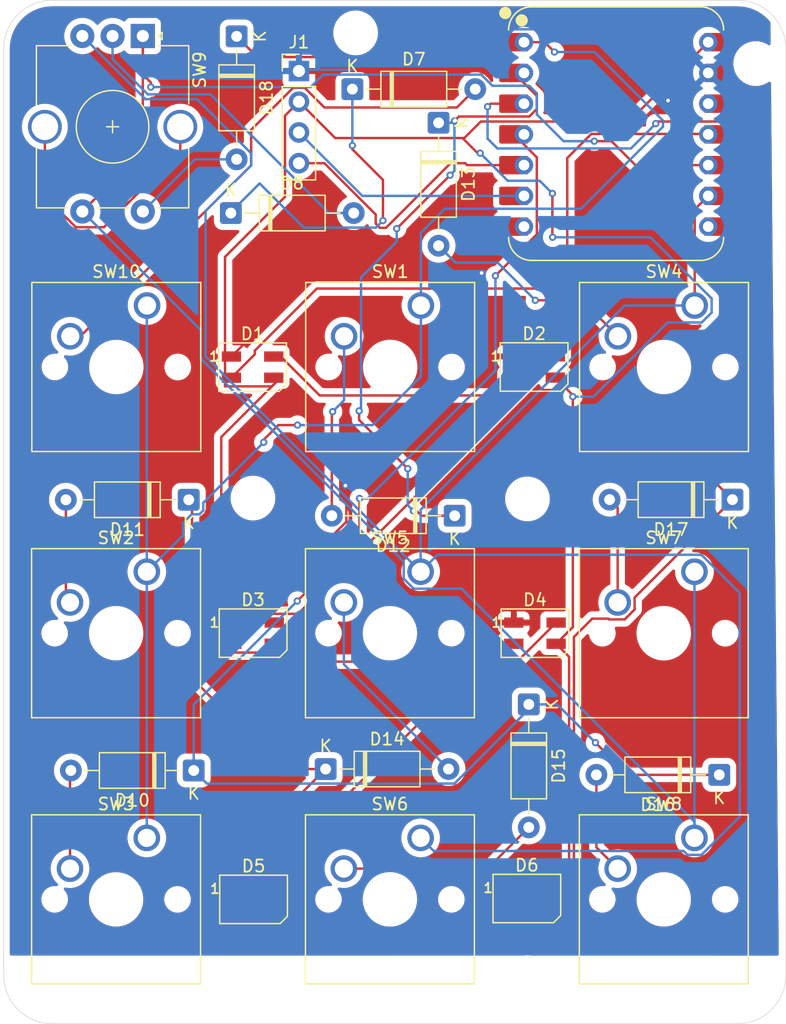
<source format=kicad_pcb>
(kicad_pcb (version 20241229) (generator "pcbnew") (generator_version "9.0")
  (layers (0 "F.Cu" signal) (2 "B.Cu" signal) (13 "F.Paste" user) (15 "B.Paste" user) (5 "F.SilkS" user "F.Silkscreen") (7 "B.SilkS" user "B.Silkscreen") (1 "F.Mask" user) (3 "B.Mask" user) (25 "Edge.Cuts" user))
  (net 0 "")
  (net 1 "+5V")
  (net 2 "GND")
  (net 3 "Net-(D1-DOUT)")
  (net 4 "Net-(D2-DOUT)")
  (net 5 "Net-(D3-DOUT)")
  (net 6 "Net-(D4-DOUT)")
  (net 7 "Net-(D5-DOUT)")
  (net 9 "row3")
  (net 10 "unconnected-(SW9-PadMP)")
  (net 11 "Net-(D7-A)")
  (net 12 "led")
  (net 13 "Net-(D10-A)")
  (net 14 "row2")
  (net 15 "row1")
  (net 16 "Net-(D11-A)")
  (net 17 "row0")
  (net 18 "Net-(D12-A)")
  (net 19 "Net-(D13-A)")
  (net 20 "Net-(D14-A)")
  (net 21 "Net-(D15-A)")
  (net 22 "Net-(D16-A)")
  (net 23 "Net-(D17-A)")
  (net 24 "Net-(D18-A)")
  (net 25 "scl")
  (net 26 "sda")
  (net 27 "col2")
  (net 28 "col0")
  (net 29 "col1")
  (net 31 "Net-(D8-A)")
  (footprint "Diode_THT:D_A-405_P10.16mm_Horizontal" (layer "F.Cu") (at 142.16 66.56)
    (property "Reference" "D7" (at 5.08 -2.47 0) (layer "F.SilkS"))
    (property "Value" "1N4148WT")
    (fp_text user "K" (at 0 -1.9 0) (layer "F.SilkS"))
    (pad "1" thru_hole roundrect (at 0 0) (size 1.8 1.8) (drill 0.9) (layers "*.Cu" "*.Mask") (roundrect_rratio 0.138889) (net 9 "row3"))
    (pad "2" thru_hole circle (at 10.16 0) (size 1.8 1.8) (drill 0.9) (layers "*.Cu" "*.Mask") (net 11 "Net-(D7-A)"))
  )
  (footprint "LED_SMD:LED_SK6812MINI_PLCC4_3.5x3.5mm_P1.75mm" (layer "F.Cu") (at 133.91 89.53)
    (property "Reference" "D1" (at 0 -2.75 0) (layer "F.SilkS"))
    (property "Value" "SK6812")
    (fp_text user "1" (at -3.2 -0.875 0) (layer "F.SilkS") (effects (font (size 0.8 0.8))))
    (pad "1" smd rect (at -1.75 -0.875) (size 1.6 0.85) (layers "F.Cu" "F.Mask" "F.Paste") (net 2 "GND"))
    (pad "2" smd rect (at -1.75 0.875) (size 1.6 0.85) (layers "F.Cu" "F.Mask" "F.Paste") (net 12 "led"))
    (pad "3" smd rect (at 1.75 0.875) (size 1.6 0.85) (layers "F.Cu" "F.Mask" "F.Paste") (net 1 "+5V"))
    (pad "4" smd rect (at 1.75 -0.875) (size 1.6 0.85) (layers "F.Cu" "F.Mask" "F.Paste") (net 3 "Net-(D1-DOUT)"))
  )
  (footprint "Diode_THT:D_A-405_P10.16mm_Horizontal" (layer "F.Cu") (at 156.75 117.4 -90)
    (property "Reference" "D15" (at 5.08 -2.47 90) (layer "F.SilkS"))
    (property "Value" "1N4148WT")
    (fp_text user "K" (at 0 -1.9 90) (layer "F.SilkS"))
    (pad "1" thru_hole roundrect (at 0 0 270) (size 1.8 1.8) (drill 0.9) (layers "*.Cu" "*.Mask") (roundrect_rratio 0.138889) (net 14 "row2"))
    (pad "2" thru_hole circle (at 10.16 0 270) (size 1.8 1.8) (drill 0.9) (layers "*.Cu" "*.Mask") (net 21 "Net-(D15-A)"))
  )
  (footprint "Button_Switch_Keyboard:SW_Cherry_MX_1.00u_PCB" (layer "F.Cu") (at 170.45 106.435)
    (property "Reference" "SW7" (at -2.54 -2.794 0) (layer "F.SilkS"))
    (property "Value" "SW_Push")
    (pad "" np_thru_hole circle (at -7.62 5.08) (size 1.7 1.7) (drill 1.7) (layers "*.Cu" "*.Mask"))
    (pad "" np_thru_hole circle (at -2.54 5.08) (size 4 4) (drill 4) (layers "*.Cu" "*.Mask"))
    (pad "" np_thru_hole circle (at 2.54 5.08) (size 1.7 1.7) (drill 1.7) (layers "*.Cu" "*.Mask"))
    (pad "1" thru_hole circle (at 0 0) (size 2.2 2.2) (drill 1.5) (layers "*.Cu" "*.Mask") (net 27 "col2"))
    (pad "2" thru_hole circle (at -6.35 2.54) (size 2.2 2.2) (drill 1.5) (layers "*.Cu" "*.Mask") (net 23 "Net-(D17-A)"))
  )
  (footprint "Diode_THT:D_A-405_P10.16mm_Horizontal" (layer "F.Cu") (at 132.11 76.8)
    (property "Reference" "D8" (at 5.08 -2.47 0) (layer "F.SilkS"))
    (property "Value" "1N4148WT")
    (fp_text user "K" (at 0 -1.9 0) (layer "F.SilkS"))
    (pad "1" thru_hole roundrect (at 0 0) (size 1.8 1.8) (drill 0.9) (layers "*.Cu" "*.Mask") (roundrect_rratio 0.138889) (net 9 "row3"))
    (pad "2" thru_hole circle (at 10.16 0) (size 1.8 1.8) (drill 0.9) (layers "*.Cu" "*.Mask") (net 31 "Net-(D8-A)"))
  )
  (footprint "LED_SMD:LED_SK6812MINI_PLCC4_3.5x3.5mm_P1.75mm" (layer "F.Cu") (at 156.59 133.44)
    (property "Reference" "D6" (at 0 -2.75 0) (layer "F.SilkS"))
    (property "Value" "SK6812")
    (fp_text user "1" (at -3.2 -0.875 0) (layer "F.SilkS") (effects (font (size 0.8 0.8))))
    (pad "1" smd rect (at -1.75 -0.875) (size 1.6 0.85) (layers "F.Cu" "F.Mask" "F.Paste") (net 2 "GND"))
    (pad "2" smd rect (at -1.75 0.875) (size 1.6 0.85) (layers "F.Cu" "F.Mask" "F.Paste") (net 7 "Net-(D5-DOUT)"))
    (pad "3" smd rect (at 1.75 0.875) (size 1.6 0.85) (layers "F.Cu" "F.Mask" "F.Paste") (net 1 "+5V"))
    (pad "4" smd rect (at 1.75 -0.875) (size 1.6 0.85) (layers "F.Cu" "F.Mask" "F.Paste"))
  )
  (footprint "Button_Switch_Keyboard:SW_Cherry_MX_1.00u_PCB" (layer "F.Cu") (at 125.1807 84.44)
    (property "Reference" "SW10" (at -2.54 -2.794 0) (layer "F.SilkS"))
    (property "Value" "SW_Push")
    (pad "" np_thru_hole circle (at -7.62 5.08) (size 1.7 1.7) (drill 1.7) (layers "*.Cu" "*.Mask"))
    (pad "" np_thru_hole circle (at -2.54 5.08) (size 4 4) (drill 4) (layers "*.Cu" "*.Mask"))
    (pad "" np_thru_hole circle (at 2.54 5.08) (size 1.7 1.7) (drill 1.7) (layers "*.Cu" "*.Mask"))
    (pad "1" thru_hole circle (at 0 0) (size 2.2 2.2) (drill 1.5) (layers "*.Cu" "*.Mask") (net 28 "col0"))
    (pad "2" thru_hole circle (at -6.35 2.54) (size 2.2 2.2) (drill 1.5) (layers "*.Cu" "*.Mask") (net 11 "Net-(D7-A)"))
  )
  (footprint "LED_SMD:LED_SK6812MINI_PLCC4_3.5x3.5mm_P1.75mm" (layer "F.Cu") (at 133.99 133.51)
    (property "Reference" "D5" (at 0 -2.75 0) (layer "F.SilkS"))
    (property "Value" "SK6812")
    (fp_text user "1" (at -3.2 -0.875 0) (layer "F.SilkS") (effects (font (size 0.8 0.8))))
    (pad "1" smd rect (at -1.75 -0.875) (size 1.6 0.85) (layers "F.Cu" "F.Mask" "F.Paste") (net 2 "GND"))
    (pad "2" smd rect (at -1.75 0.875) (size 1.6 0.85) (layers "F.Cu" "F.Mask" "F.Paste") (net 6 "Net-(D4-DOUT)"))
    (pad "3" smd rect (at 1.75 0.875) (size 1.6 0.85) (layers "F.Cu" "F.Mask" "F.Paste") (net 1 "+5V"))
    (pad "4" smd rect (at 1.75 -0.875) (size 1.6 0.85) (layers "F.Cu" "F.Mask" "F.Paste") (net 7 "Net-(D5-DOUT)"))
  )
  (footprint "Diode_THT:D_A-405_P10.16mm_Horizontal" (layer "F.Cu") (at 129.04 122.86 180)
    (property "Reference" "D10" (at 5.08 -2.47 0) (layer "F.SilkS"))
    (property "Value" "1N4148WT")
    (fp_text user "K" (at 0 -1.9 0) (layer "F.SilkS"))
    (pad "1" thru_hole roundrect (at 0 0 180) (size 1.8 1.8) (drill 0.9) (layers "*.Cu" "*.Mask") (roundrect_rratio 0.138889) (net 14 "row2"))
    (pad "2" thru_hole circle (at 10.16 0 180) (size 1.8 1.8) (drill 0.9) (layers "*.Cu" "*.Mask") (net 13 "Net-(D10-A)"))
  )
  (footprint "Button_Switch_Keyboard:SW_Cherry_MX_1.00u_PCB" (layer "F.Cu") (at 125.1607 106.435)
    (property "Reference" "SW2" (at -2.54 -2.794 0) (layer "F.SilkS"))
    (property "Value" "SW_Push")
    (pad "" np_thru_hole circle (at -7.62 5.08) (size 1.7 1.7) (drill 1.7) (layers "*.Cu" "*.Mask"))
    (pad "" np_thru_hole circle (at -2.54 5.08) (size 4 4) (drill 4) (layers "*.Cu" "*.Mask"))
    (pad "" np_thru_hole circle (at 2.54 5.08) (size 1.7 1.7) (drill 1.7) (layers "*.Cu" "*.Mask"))
    (pad "1" thru_hole circle (at 0 0) (size 2.2 2.2) (drill 1.5) (layers "*.Cu" "*.Mask") (net 28 "col0"))
    (pad "2" thru_hole circle (at -6.35 2.54) (size 2.2 2.2) (drill 1.5) (layers "*.Cu" "*.Mask") (net 16 "Net-(D11-A)"))
  )
  (footprint "LED_SMD:LED_SK6812MINI_PLCC4_3.5x3.5mm_P1.75mm" (layer "F.Cu") (at 157.26 111.515)
    (property "Reference" "D4" (at 0 -2.75 0) (layer "F.SilkS"))
    (property "Value" "SK6812")
    (fp_text user "1" (at -3.2 -0.875 0) (layer "F.SilkS") (effects (font (size 0.8 0.8))))
    (pad "1" smd rect (at -1.75 -0.875) (size 1.6 0.85) (layers "F.Cu" "F.Mask" "F.Paste") (net 2 "GND"))
    (pad "2" smd rect (at -1.75 0.875) (size 1.6 0.85) (layers "F.Cu" "F.Mask" "F.Paste") (net 5 "Net-(D3-DOUT)"))
    (pad "3" smd rect (at 1.75 0.875) (size 1.6 0.85) (layers "F.Cu" "F.Mask" "F.Paste") (net 1 "+5V"))
    (pad "4" smd rect (at 1.75 -0.875) (size 1.6 0.85) (layers "F.Cu" "F.Mask" "F.Paste") (net 6 "Net-(D4-DOUT)"))
  )
  (footprint "Diode_THT:D_A-405_P10.16mm_Horizontal" (layer "F.Cu") (at 132.59 62.2 -90)
    (property "Reference" "D18" (at 5.08 -2.47 90) (layer "F.SilkS"))
    (property "Value" "1N4148WT")
    (fp_text user "K" (at 0 -1.9 90) (layer "F.SilkS"))
    (pad "1" thru_hole roundrect (at 0 0 270) (size 1.8 1.8) (drill 0.9) (layers "*.Cu" "*.Mask") (roundrect_rratio 0.138889) (net 17 "row0"))
    (pad "2" thru_hole circle (at 10.16 0 270) (size 1.8 1.8) (drill 0.9) (layers "*.Cu" "*.Mask") (net 24 "Net-(D18-A)"))
  )
  (footprint "Diode_THT:D_A-405_P10.16mm_Horizontal" (layer "F.Cu") (at 173.59 100.48 180)
    (property "Reference" "D17" (at 5.08 -2.47 0) (layer "F.SilkS"))
    (property "Value" "1N4148WT")
    (fp_text user "K" (at 0 -1.9 0) (layer "F.SilkS"))
    (pad "1" thru_hole roundrect (at 0 0 180) (size 1.8 1.8) (drill 0.9) (layers "*.Cu" "*.Mask") (roundrect_rratio 0.138889) (net 15 "row1"))
    (pad "2" thru_hole circle (at 10.16 0 180) (size 1.8 1.8) (drill 0.9) (layers "*.Cu" "*.Mask") (net 23 "Net-(D17-A)"))
  )
  (footprint "Connector_PinHeader_2.54mm:PinHeader_1x04_P2.54mm_Vertical" (layer "F.Cu") (at 137.74 65.06)
    (property "Reference" "J1" (at 0 -2.38 0) (layer "F.SilkS"))
    (property "Value" "Conn_01x04_Socket")
    (pad "1" thru_hole rect (at 0 0) (size 1.7 1.7) (drill 1) (layers "*.Cu" "*.Mask") (net 2 "GND"))
    (pad "2" thru_hole circle (at 0 2.54) (size 1.7 1.7) (drill 1) (layers "*.Cu" "*.Mask") (net 1 "+5V"))
    (pad "3" thru_hole circle (at 0 5.08) (size 1.7 1.7) (drill 1) (layers "*.Cu" "*.Mask") (net 25 "scl"))
    (pad "4" thru_hole circle (at 0 7.62) (size 1.7 1.7) (drill 1) (layers "*.Cu" "*.Mask") (net 26 "sda"))
  )
  (footprint "Button_Switch_Keyboard:SW_Cherry_MX_1.00u_PCB" (layer "F.Cu") (at 147.82535 84.44)
    (property "Reference" "SW1" (at -2.54 -2.794 0) (layer "F.SilkS"))
    (property "Value" "SW_Push")
    (pad "" np_thru_hole circle (at -7.62 5.08) (size 1.7 1.7) (drill 1.7) (layers "*.Cu" "*.Mask"))
    (pad "" np_thru_hole circle (at -2.54 5.08) (size 4 4) (drill 4) (layers "*.Cu" "*.Mask"))
    (pad "" np_thru_hole circle (at 2.54 5.08) (size 1.7 1.7) (drill 1.7) (layers "*.Cu" "*.Mask"))
    (pad "1" thru_hole circle (at 0 0) (size 2.2 2.2) (drill 1.5) (layers "*.Cu" "*.Mask") (net 28 "col0"))
    (pad "2" thru_hole circle (at -6.35 2.54) (size 2.2 2.2) (drill 1.5) (layers "*.Cu" "*.Mask") (net 18 "Net-(D12-A)"))
  )
  (footprint "Button_Switch_Keyboard:SW_Cherry_MX_1.00u_PCB" (layer "F.Cu") (at 170.45 128.43)
    (property "Reference" "SW8" (at -2.54 -2.794 0) (layer "F.SilkS"))
    (property "Value" "SW_Push")
    (pad "" np_thru_hole circle (at -7.62 5.08) (size 1.7 1.7) (drill 1.7) (layers "*.Cu" "*.Mask"))
    (pad "" np_thru_hole circle (at -2.54 5.08) (size 4 4) (drill 4) (layers "*.Cu" "*.Mask"))
    (pad "" np_thru_hole circle (at 2.54 5.08) (size 1.7 1.7) (drill 1.7) (layers "*.Cu" "*.Mask"))
    (pad "1" thru_hole circle (at 0 0) (size 2.2 2.2) (drill 1.5) (layers "*.Cu" "*.Mask") (net 27 "col2"))
    (pad "2" thru_hole circle (at -6.35 2.54) (size 2.2 2.2) (drill 1.5) (layers "*.Cu" "*.Mask") (net 22 "Net-(D16-A)"))
  )
  (footprint "" (layer "F.Cu") (at 142.43 61.91)
    (property "Reference" "" (at 0 0 0) (layer "F.SilkS") (effects (font (size 1.27 1.27))))
    (property "Value" "")
    (pad "" np_thru_hole circle (at 0 0) (size 3.2 3.2) (drill 3.2) (layers "*.Cu" "*.Mask"))
  )
  (footprint "LED_SMD:LED_SK6812MINI_PLCC4_3.5x3.5mm_P1.75mm" (layer "F.Cu") (at 157.19 89.52)
    (property "Reference" "D2" (at 0 -2.75 0) (layer "F.SilkS"))
    (property "Value" "SK6812")
    (fp_text user "1" (at -3.2 -0.875 0) (layer "F.SilkS") (effects (font (size 0.8 0.8))))
    (pad "1" smd rect (at -1.75 -0.875) (size 1.6 0.85) (layers "F.Cu" "F.Mask" "F.Paste") (net 2 "GND"))
    (pad "2" smd rect (at -1.75 0.875) (size 1.6 0.85) (layers "F.Cu" "F.Mask" "F.Paste") (net 3 "Net-(D1-DOUT)"))
    (pad "3" smd rect (at 1.75 0.875) (size 1.6 0.85) (layers "F.Cu" "F.Mask" "F.Paste") (net 1 "+5V"))
    (pad "4" smd rect (at 1.75 -0.875) (size 1.6 0.85) (layers "F.Cu" "F.Mask" "F.Paste") (net 4 "Net-(D2-DOUT)"))
  )
  (footprint "Button_Switch_Keyboard:SW_Cherry_MX_1.00u_PCB" (layer "F.Cu") (at 170.47 84.44)
    (property "Reference" "SW4" (at -2.54 -2.794 0) (layer "F.SilkS"))
    (property "Value" "SW_Push")
    (pad "" np_thru_hole circle (at -7.62 5.08) (size 1.7 1.7) (drill 1.7) (layers "*.Cu" "*.Mask"))
    (pad "" np_thru_hole circle (at -2.54 5.08) (size 4 4) (drill 4) (layers "*.Cu" "*.Mask"))
    (pad "" np_thru_hole circle (at 2.54 5.08) (size 1.7 1.7) (drill 1.7) (layers "*.Cu" "*.Mask"))
    (pad "1" thru_hole circle (at 0 0) (size 2.2 2.2) (drill 1.5) (layers "*.Cu" "*.Mask") (net 29 "col1"))
    (pad "2" thru_hole circle (at -6.35 2.54) (size 2.2 2.2) (drill 1.5) (layers "*.Cu" "*.Mask") (net 19 "Net-(D13-A)"))
  )
  (footprint "Button_Switch_Keyboard:SW_Cherry_MX_1.00u_PCB" (layer "F.Cu") (at 125.1607 128.43)
    (property "Reference" "SW3" (at -2.54 -2.794 0) (layer "F.SilkS"))
    (property "Value" "SW_Push")
    (pad "" np_thru_hole circle (at -7.62 5.08) (size 1.7 1.7) (drill 1.7) (layers "*.Cu" "*.Mask"))
    (pad "" np_thru_hole circle (at -2.54 5.08) (size 4 4) (drill 4) (layers "*.Cu" "*.Mask"))
    (pad "" np_thru_hole circle (at 2.54 5.08) (size 1.7 1.7) (drill 1.7) (layers "*.Cu" "*.Mask"))
    (pad "1" thru_hole circle (at 0 0) (size 2.2 2.2) (drill 1.5) (layers "*.Cu" "*.Mask") (net 28 "col0"))
    (pad "2" thru_hole circle (at -6.35 2.54) (size 2.2 2.2) (drill 1.5) (layers "*.Cu" "*.Mask") (net 13 "Net-(D10-A)"))
  )
  (footprint "Rotary_Encoder:RotaryEncoder_Alps_EC12E-Switch_Vertical_H20mm_CircularMountingHoles" (layer "F.Cu") (at 124.83 62.17 -90)
    (property "Reference" "SW9" (at 2.8 -4.7 90) (layer "F.SilkS"))
    (property "Value" "RotaryEncoder_Switch_MP")
    (pad "A" thru_hole rect (at 0 0 270) (size 2 2) (drill 1) (layers "*.Cu" "*.Mask") (net 27 "col2"))
    (pad "B" thru_hole circle (at 0 5 270) (size 2 2) (drill 1) (layers "*.Cu" "*.Mask") (net 29 "col1"))
    (pad "C" thru_hole circle (at 0 2.5 270) (size 2 2) (drill 1) (layers "*.Cu" "*.Mask") (net 31 "Net-(D8-A)"))
    (pad "MP" thru_hole circle (at 7.5 -3.1 270) (size 2.8 2.8) (drill 2.2) (layers "*.Cu" "*.Mask") (net 10 "unconnected-(SW9-PadMP)"))
    (pad "MP" thru_hole circle (at 7.5 8.1 270) (size 2.8 2.8) (drill 2.2) (layers "*.Cu" "*.Mask") (net 10 "unconnected-(SW9-PadMP)"))
    (pad "S1" thru_hole circle (at 14.5 0 270) (size 2 2) (drill 1) (layers "*.Cu" "*.Mask") (net 24 "Net-(D18-A)"))
    (pad "S2" thru_hole circle (at 14.5 5 270) (size 2 2) (drill 1) (layers "*.Cu" "*.Mask") (net 27 "col2"))
  )
  (footprint "" (layer "F.Cu") (at 156.64 139.98)
    (property "Reference" "" (at 0 0 0) (layer "F.SilkS") (effects (font (size 1.27 1.27))))
    (property "Value" "")
    (pad "" np_thru_hole circle (at 0 0) (size 3.2 3.2) (drill 3.2) (layers "*.Cu" "*.Mask"))
  )
  (footprint "Button_Switch_Keyboard:SW_Cherry_MX_1.00u_PCB" (layer "F.Cu") (at 147.80535 128.43)
    (property "Reference" "SW6" (at -2.54 -2.794 0) (layer "F.SilkS"))
    (property "Value" "SW_Push")
    (pad "" np_thru_hole circle (at -7.62 5.08) (size 1.7 1.7) (drill 1.7) (layers "*.Cu" "*.Mask"))
    (pad "" np_thru_hole circle (at -2.54 5.08) (size 4 4) (drill 4) (layers "*.Cu" "*.Mask"))
    (pad "" np_thru_hole circle (at 2.54 5.08) (size 1.7 1.7) (drill 1.7) (layers "*.Cu" "*.Mask"))
    (pad "1" thru_hole circle (at 0 0) (size 2.2 2.2) (drill 1.5) (layers "*.Cu" "*.Mask") (net 29 "col1"))
    (pad "2" thru_hole circle (at -6.35 2.54) (size 2.2 2.2) (drill 1.5) (layers "*.Cu" "*.Mask") (net 21 "Net-(D15-A)"))
  )
  (footprint "LED_SMD:LED_SK6812MINI_PLCC4_3.5x3.5mm_P1.75mm" (layer "F.Cu") (at 133.95 111.51)
    (property "Reference" "D3" (at 0 -2.75 0) (layer "F.SilkS"))
    (property "Value" "SK6812")
    (fp_text user "1" (at -3.2 -0.875 0) (layer "F.SilkS") (effects (font (size 0.8 0.8))))
    (pad "1" smd rect (at -1.75 -0.875) (size 1.6 0.85) (layers "F.Cu" "F.Mask" "F.Paste") (net 2 "GND"))
    (pad "2" smd rect (at -1.75 0.875) (size 1.6 0.85) (layers "F.Cu" "F.Mask" "F.Paste") (net 4 "Net-(D2-DOUT)"))
    (pad "3" smd rect (at 1.75 0.875) (size 1.6 0.85) (layers "F.Cu" "F.Mask" "F.Paste") (net 1 "+5V"))
    (pad "4" smd rect (at 1.75 -0.875) (size 1.6 0.85) (layers "F.Cu" "F.Mask" "F.Paste") (net 5 "Net-(D3-DOUT)"))
  )
  (footprint "Seeed Studio XIAO Series Library:XIAO-RP2040-DIP" (layer "F.Cu") (at 163.97 70.3)
    (property "Reference" "U1" (hide yes))
    (property "Value" "XIAO-RP2040-DIP" (hide yes))
    (pad "1" smd roundrect (at -8.455 -7.62 180) (size 2.432 1.524) (layers "F.Cu" "F.Mask") (roundrect_rratio 0.1) (net 28 "col0"))
    (pad "1" thru_hole circle (at -7.62 -7.62 180) (size 1.524 1.524) (drill 0.889) (layers "*.Cu" "*.Mask") (net 28 "col0"))
    (pad "2" smd roundrect (at -8.455 -5.08 180) (size 2.432 1.524) (layers "F.Cu" "F.Mask") (roundrect_rratio 0.1) (net 17 "row0"))
    (pad "2" thru_hole circle (at -7.62 -5.08 180) (size 1.524 1.524) (drill 0.889) (layers "*.Cu" "*.Mask") (net 17 "row0"))
    (pad "3" smd roundrect (at -8.455 -2.54 180) (size 2.432 1.524) (layers "F.Cu" "F.Mask") (roundrect_rratio 0.1) (net 15 "row1"))
    (pad "3" thru_hole circle (at -7.62 -2.54 180) (size 1.524 1.524) (drill 0.889) (layers "*.Cu" "*.Mask") (net 15 "row1"))
    (pad "4" smd roundrect (at -8.455 0 180) (size 2.432 1.524) (layers "F.Cu" "F.Mask") (roundrect_rratio 0.1) (net 14 "row2"))
    (pad "4" thru_hole circle (at -7.62 0 180) (size 1.524 1.524) (drill 0.889) (layers "*.Cu" "*.Mask") (net 14 "row2"))
    (pad "5" smd roundrect (at -8.455 2.54 180) (size 2.432 1.524) (layers "F.Cu" "F.Mask") (roundrect_rratio 0.1) (net 26 "sda"))
    (pad "5" thru_hole circle (at -7.62 2.54 180) (size 1.524 1.524) (drill 0.889) (layers "*.Cu" "*.Mask") (net 26 "sda"))
    (pad "6" smd roundrect (at -8.455 5.08 180) (size 2.432 1.524) (layers "F.Cu" "F.Mask") (roundrect_rratio 0.1) (net 25 "scl"))
    (pad "6" thru_hole circle (at -7.62 5.08 180) (size 1.524 1.524) (drill 0.889) (layers "*.Cu" "*.Mask") (net 25 "scl"))
    (pad "7" smd roundrect (at -8.455 7.62 180) (size 2.432 1.524) (layers "F.Cu" "F.Mask") (roundrect_rratio 0.1))
    (pad "7" thru_hole circle (at -7.62 7.62 180) (size 1.524 1.524) (drill 0.889) (layers "*.Cu" "*.Mask"))
    (pad "8" thru_hole circle (at 7.62 7.62) (size 1.524 1.524) (drill 0.889) (layers "*.Cu" "*.Mask"))
    (pad "8" smd roundrect (at 8.455 7.62) (size 2.432 1.524) (layers "F.Cu" "F.Mask") (roundrect_rratio 0.1))
    (pad "9" thru_hole circle (at 7.62 5.08) (size 1.524 1.524) (drill 0.889) (layers "*.Cu" "*.Mask") (net 29 "col1"))
    (pad "9" smd roundrect (at 8.455 5.08) (size 2.432 1.524) (layers "F.Cu" "F.Mask") (roundrect_rratio 0.1) (net 29 "col1"))
    (pad "10" thru_hole circle (at 7.62 2.54) (size 1.524 1.524) (drill 0.889) (layers "*.Cu" "*.Mask") (net 27 "col2"))
    (pad "10" smd roundrect (at 8.455 2.54) (size 2.432 1.524) (layers "F.Cu" "F.Mask") (roundrect_rratio 0.1) (net 27 "col2"))
    (pad "11" thru_hole circle (at 7.62 0) (size 1.524 1.524) (drill 0.889) (layers "*.Cu" "*.Mask") (net 12 "led"))
    (pad "11" smd roundrect (at 8.455 0) (size 2.432 1.524) (layers "F.Cu" "F.Mask") (roundrect_rratio 0.1) (net 12 "led"))
    (pad "12" thru_hole circle (at 7.62 -2.54) (size 1.524 1.524) (drill 0.889) (layers "*.Cu" "*.Mask"))
    (pad "12" smd roundrect (at 8.455 -2.54) (size 2.432 1.524) (layers "F.Cu" "F.Mask") (roundrect_rratio 0.1))
    (pad "13" thru_hole circle (at 7.62 -5.08) (size 1.524 1.524) (drill 0.889) (layers "*.Cu" "*.Mask") (net 2 "GND"))
    (pad "13" smd roundrect (at 8.455 -5.08) (size 2.432 1.524) (layers "F.Cu" "F.Mask") (roundrect_rratio 0.1) (net 2 "GND"))
    (pad "14" thru_hole circle (at 7.62 -7.62) (size 1.524 1.524) (drill 0.889) (layers "*.Cu" "*.Mask") (net 1 "+5V"))
    (pad "14" smd roundrect (at 8.455 -7.62) (size 2.432 1.524) (layers "F.Cu" "F.Mask") (roundrect_rratio 0.1) (net 1 "+5V"))
  )
  (footprint "Diode_THT:D_A-405_P10.16mm_Horizontal" (layer "F.Cu") (at 128.63 100.49 180)
    (property "Reference" "D11" (at 5.08 -2.47 0) (layer "F.SilkS"))
    (property "Value" "1N4148WT")
    (fp_text user "K" (at 0 -1.9 0) (layer "F.SilkS"))
    (pad "1" thru_hole roundrect (at 0 0 180) (size 1.8 1.8) (drill 0.9) (layers "*.Cu" "*.Mask") (roundrect_rratio 0.138889) (net 15 "row1"))
    (pad "2" thru_hole circle (at 10.16 0 180) (size 1.8 1.8) (drill 0.9) (layers "*.Cu" "*.Mask") (net 16 "Net-(D11-A)"))
  )
  (footprint "Diode_THT:D_A-405_P10.16mm_Horizontal" (layer "F.Cu") (at 172.5 123.22 180)
    (property "Reference" "D16" (at 5.08 -2.47 0) (layer "F.SilkS"))
    (property "Value" "1N4148WT")
    (fp_text user "K" (at 0 -1.9 0) (layer "F.SilkS"))
    (pad "1" thru_hole roundrect (at 0 0 180) (size 1.8 1.8) (drill 0.9) (layers "*.Cu" "*.Mask") (roundrect_rratio 0.138889) (net 14 "row2"))
    (pad "2" thru_hole circle (at 10.16 0 180) (size 1.8 1.8) (drill 0.9) (layers "*.Cu" "*.Mask") (net 22 "Net-(D16-A)"))
  )
  (footprint "" (layer "F.Cu") (at 175.52 64.45)
    (property "Reference" "" (at 0 0 0) (layer "F.SilkS") (effects (font (size 1.27 1.27))))
    (property "Value" "")
    (pad "" np_thru_hole circle (at 0 0) (size 3.2 3.2) (drill 3.2) (layers "*.Cu" "*.Mask"))
  )
  (footprint "Diode_THT:D_A-405_P10.16mm_Horizontal" (layer "F.Cu") (at 150.62 101.81 180)
    (property "Reference" "D12" (at 5.08 -2.47 0) (layer "F.SilkS"))
    (property "Value" "1N4148WT")
    (fp_text user "K" (at 0 -1.9 0) (layer "F.SilkS"))
    (pad "1" thru_hole roundrect (at 0 0 180) (size 1.8 1.8) (drill 0.9) (layers "*.Cu" "*.Mask") (roundrect_rratio 0.138889) (net 17 "row0"))
    (pad "2" thru_hole circle (at 10.16 0 180) (size 1.8 1.8) (drill 0.9) (layers "*.Cu" "*.Mask") (net 18 "Net-(D12-A)"))
  )
  (footprint "" (layer "F.Cu") (at 133.94 140.25)
    (property "Reference" "" (at 0 0 0) (layer "F.SilkS") (effects (font (size 1.27 1.27))))
    (property "Value" "")
    (pad "" np_thru_hole circle (at 0 0) (size 3.2 3.2) (drill 3.2) (layers "*.Cu" "*.Mask"))
  )
  (footprint "Diode_THT:D_A-405_P10.16mm_Horizontal" (layer "F.Cu") (at 139.95 122.74)
    (property "Reference" "D14" (at 5.08 -2.47 0) (layer "F.SilkS"))
    (property "Value" "1N4148WT")
    (fp_text user "K" (at 0 -1.9 0) (layer "F.SilkS"))
    (pad "1" thru_hole roundrect (at 0 0) (size 1.8 1.8) (drill 0.9) (layers "*.Cu" "*.Mask") (roundrect_rratio 0.138889) (net 15 "row1"))
    (pad "2" thru_hole circle (at 10.16 0) (size 1.8 1.8) (drill 0.9) (layers "*.Cu" "*.Mask") (net 20 "Net-(D14-A)"))
  )
  (footprint "Diode_THT:D_A-405_P10.16mm_Horizontal" (layer "F.Cu") (at 149.29 69.34 -90)
    (property "Reference" "D13" (at 5.08 -2.47 90) (layer "F.SilkS"))
    (property "Value" "1N4148WT")
    (fp_text user "K" (at 0 -1.9 90) (layer "F.SilkS"))
    (pad "1" thru_hole roundrect (at 0 0 270) (size 1.8 1.8) (drill 0.9) (layers "*.Cu" "*.Mask") (roundrect_rratio 0.138889) (net 17 "row0"))
    (pad "2" thru_hole circle (at 10.16 0 270) (size 1.8 1.8) (drill 0.9) (layers "*.Cu" "*.Mask") (net 19 "Net-(D13-A)"))
  )
  (footprint "" (layer "F.Cu") (at 156.64 100.42)
    (property "Reference" "" (at 0 0 0) (layer "F.SilkS") (effects (font (size 1.27 1.27))))
    (property "Value" "")
    (pad "" np_thru_hole circle (at 0 0) (size 3.2 3.2) (drill 3.2) (layers "*.Cu" "*.Mask"))
  )
  (footprint "Button_Switch_Keyboard:SW_Cherry_MX_1.00u_PCB" (layer "F.Cu") (at 147.80535 106.435)
    (property "Reference" "SW5" (at -2.54 -2.794 0) (layer "F.SilkS"))
    (property "Value" "SW_Push")
    (pad "" np_thru_hole circle (at -7.62 5.08) (size 1.7 1.7) (drill 1.7) (layers "*.Cu" "*.Mask"))
    (pad "" np_thru_hole circle (at -2.54 5.08) (size 4 4) (drill 4) (layers "*.Cu" "*.Mask"))
    (pad "" np_thru_hole circle (at 2.54 5.08) (size 1.7 1.7) (drill 1.7) (layers "*.Cu" "*.Mask"))
    (pad "1" thru_hole circle (at 0 0) (size 2.2 2.2) (drill 1.5) (layers "*.Cu" "*.Mask") (net 29 "col1"))
    (pad "2" thru_hole circle (at -6.35 2.54) (size 2.2 2.2) (drill 1.5) (layers "*.Cu" "*.Mask") (net 20 "Net-(D14-A)"))
  )
  (footprint "" (layer "F.Cu") (at 133.94 100.35)
    (property "Reference" "" (at 0 0 0) (layer "F.SilkS") (effects (font (size 1.27 1.27))))
    (property "Value" "")
    (pad "" np_thru_hole circle (at 0 0) (size 3.2 3.2) (drill 3.2) (layers "*.Cu" "*.Mask"))
  )
  (gr_arc (start 174.01 59.22) (mid 176.838427 60.391573) (end 178.01 63.22) (stroke (width 0.05)) (layer "Edge.Cuts"))
  (gr_line (start 117.33 59.22) (end 174.01 59.22) (stroke (width 0.05)) (layer "Edge.Cuts"))
  (gr_arc (start 178.01 139.78) (mid 176.838427 142.608427) (end 174.01 143.78) (stroke (width 0.05)) (layer "Edge.Cuts"))
  (gr_line (start 113.33 139.78) (end 113.33 63.22) (stroke (width 0.05)) (layer "Edge.Cuts"))
  (gr_arc (start 113.33 63.22) (mid 114.501573 60.391573) (end 117.33 59.22) (stroke (width 0.05)) (layer "Edge.Cuts"))
  (gr_line (start 178.01 63.22) (end 178.01 139.78) (stroke (width 0.05)) (layer "Edge.Cuts"))
  (gr_line (start 174.01 143.78) (end 117.33 143.78) (stroke (width 0.05)) (layer "Edge.Cuts"))
  (gr_arc (start 117.33 143.78) (mid 114.501573 142.608427) (end 113.33 139.78) (stroke (width 0.05)) (layer "Edge.Cuts"))
  (segment (start 137.617 136.262) (end 156.913 136.262) (width 0.2) (layer "F.Cu") (net 1))
  (segment (start 135.504 91.121) (end 131.629 91.121) (width 0.2) (layer "F.Cu") (net 1))
  (segment (start 131.319 95.306) (end 131.319 113.116) (width 0.2) (layer "F.Cu") (net 1))
  (segment (start 158.7 75.18) (end 158.7 78.78) (width 0.2) (layer "F.Cu") (net 1))
  (segment (start 152.5195 71.85) (end 152.73 71.85) (width 0.2) (layer "F.Cu") (net 1))
  (segment (start 136.23 90.395) (end 135.504 91.121) (width 0.2) (layer "F.Cu") (net 1))
  (segment (start 171.59 62.68) (end 165.033 69.237) (width 0.2) (layer "F.Cu") (net 1))
  (segment (start 131.629 91.121) (end 131.629 80.41876) (width 0.2) (layer "F.Cu") (net 1))
  (segment (start 140.74 70.6005) (end 137.74 67.6) (width 0.2) (layer "F.Cu") (net 1))
  (segment (start 165.033 69.237) (end 152.7835 69.237) (width 0.2) (layer "F.Cu") (net 1))
  (segment (start 160.081 113.461) (end 159.01 112.39) (width 0.2) (layer "F.Cu") (net 1))
  (segment (start 159.01 112.39) (end 160.391 111.009) (width 0.2) (layer "F.Cu") (net 1))
  (segment (start 160.081 133.094) (end 160.081 113.461) (width 0.2) (layer "F.Cu") (net 1))
  (segment (start 160.391 111.009) (end 160.391 91.97) (width 0.2) (layer "F.Cu") (net 1))
  (segment (start 131.629 80.41876) (end 136.589 75.45876) (width 0.2) (layer "F.Cu") (net 1))
  (segment (start 136.589 68.751) (end 137.74 67.6) (width 0.2) (layer "F.Cu") (net 1))
  (segment (start 152.7835 69.237) (end 151.42 70.6005) (width 0.2) (layer "F.Cu") (net 1))
  (segment (start 136.589 75.45876) (end 136.589 68.751) (width 0.2) (layer "F.Cu") (net 1))
  (segment (start 160.391 91.846) (end 158.94 90.395) (width 0.2) (layer "F.Cu") (net 1))
  (segment (start 156.913 136.262) (end 158.79 134.385) (width 0.2) (layer "F.Cu") (net 1))
  (segment (start 158.7 78.78) (end 158.72 78.8) (width 0.2) (layer "F.Cu") (net 1))
  (segment (start 158.79 134.385) (end 160.081 133.094) (width 0.2) (layer "F.Cu") (net 1))
  (segment (start 160.391 91.97) (end 160.391 91.846) (width 0.2) (layer "F.Cu") (net 1))
  (segment (start 151.27 70.6005) (end 140.74 70.6005) (width 0.2) (layer "F.Cu") (net 1))
  (segment (start 136.23 90.395) (end 131.319 95.306) (width 0.2) (layer "F.Cu") (net 1))
  (segment (start 135.74 134.385) (end 137.617 136.262) (width 0.2) (layer "F.Cu") (net 1))
  (segment (start 151.42 70.6005) (end 151.27 70.6005) (width 0.2) (layer "F.Cu") (net 1))
  (segment (start 131.319 113.116) (end 135.194 113.116) (width 0.2) (layer "F.Cu") (net 1))
  (segment (start 151.27 70.6005) (end 152.5195 71.85) (width 0.2) (layer "F.Cu") (net 1))
  (segment (start 135.194 113.116) (end 135.92 112.39) (width 0.2) (layer "F.Cu") (net 1))
  (via (at 158.72 78.8) (size 0.6) (drill 0.3) (layers "F.Cu" "B.Cu") (net 1))
  (via (at 152.73 71.85) (size 0.6) (drill 0.3) (layers "F.Cu" "B.Cu") (net 1))
  (via (at 158.7 75.18) (size 0.6) (drill 0.3) (layers "F.Cu" "B.Cu") (net 1))
  (via (at 160.391 91.97) (size 0.6) (drill 0.3) (layers "F.Cu" "B.Cu") (net 1))
  (segment (start 158.72 78.8) (end 166.811314 78.8) (width 0.2) (layer "B.Cu") (net 1))
  (segment (start 152.73 71.85) (end 155.01 74.13) (width 0.2) (layer "B.Cu") (net 1))
  (segment (start 171.050314 85.841) (end 168.22747 85.841) (width 0.2) (layer "B.Cu") (net 1))
  (segment (start 166.811314 78.8) (end 171.871 83.859686) (width 0.2) (layer "B.Cu") (net 1))
  (segment (start 155.01 74.13) (end 157.65 74.13) (width 0.2) (layer "B.Cu") (net 1))
  (segment (start 162.09847 91.97) (end 160.391 91.97) (width 0.2) (layer "B.Cu") (net 1))
  (segment (start 168.22747 85.841) (end 162.09847 91.97) (width 0.2) (layer "B.Cu") (net 1))
  (segment (start 171.871 85.020314) (end 171.050314 85.841) (width 0.2) (layer "B.Cu") (net 1))
  (segment (start 171.871 83.859686) (end 171.871 85.020314) (width 0.2) (layer "B.Cu") (net 1))
  (segment (start 157.65 74.13) (end 158.7 75.18) (width 0.2) (layer "B.Cu") (net 1))
  (segment (start 141.661 99.391) (end 141.661 102.307471) (width 0.2) (layer "F.Cu") (net 2))
  (segment (start 141.59 99.32) (end 141.661 99.391) (width 0.2) (layer "F.Cu") (net 2))
  (segment (start 139.065 81.75) (end 152.85 81.75) (width 0.2) (layer "F.Cu") (net 2))
  (segment (start 171.59 65.22) (end 169.31 67.5) (width 0.2) (layer "F.Cu") (net 2))
  (segment (start 141.661 102.307471) (end 133.333471 110.635) (width 0.2) (layer "F.Cu") (net 2))
  (segment (start 133.333471 110.635) (end 132.2 110.635) (width 0.2) (layer "F.Cu") (net 2))
  (segment (start 169.31 67.5) (end 168.27 67.5) (width 0.2) (layer "F.Cu") (net 2))
  (segment (start 132.16 88.655) (end 139.065 81.75) (width 0.2) (layer "F.Cu") (net 2))
  (via (at 141.59 99.32) (size 0.6) (drill 0.3) (layers "F.Cu" "B.Cu") (net 2))
  (via (at 168.27 67.5) (size 0.6) (drill 0.3) (layers "F.Cu" "B.Cu") (net 2))
  (via (at 152.85 81.75) (size 0.6) (drill 0.3) (layers "F.Cu" "B.Cu") (net 2))
  (segment (start 168.27 67.5) (end 162.387 61.617) (width 0.2) (layer "B.Cu") (net 2))
  (segment (start 152.85 88.73382) (end 142.26382 99.32) (width 0.2) (layer "B.Cu") (net 2))
  (segment (start 142.26382 99.32) (end 141.59 99.32) (width 0.2) (layer "B.Cu") (net 2))
  (segment (start 145.482131 61.617) (end 142.141131 64.958) (width 0.2) (layer "B.Cu") (net 2))
  (segment (start 137.842 64.958) (end 137.74 65.06) (width 0.2) (layer "B.Cu") (net 2))
  (segment (start 152.85 81.75) (end 152.85 88.73382) (width 0.2) (layer "B.Cu") (net 2))
  (segment (start 162.387 61.617) (end 145.482131 61.617) (width 0.2) (layer "B.Cu") (net 2))
  (segment (start 142.141131 64.958) (end 137.842 64.958) (width 0.2) (layer "B.Cu") (net 2))
  (segment (start 139.456 91.871) (end 136.23 88.645) (width 0.2) (layer "F.Cu") (net 3))
  (segment (start 155.44 90.395) (end 153.964 91.871) (width 0.2) (layer "F.Cu") (net 3))
  (segment (start 153.964 91.871) (end 139.456 91.871) (width 0.2) (layer "F.Cu") (net 3))
  (segment (start 134.896 109.914) (end 132.42 112.39) (width 0.2) (layer "F.Cu") (net 4))
  (segment (start 137.671 109.914) (end 134.896 109.914) (width 0.2) (layer "F.Cu") (net 4))
  (segment (start 158.94 88.645) (end 137.671 109.914) (width 0.2) (layer "F.Cu") (net 4))
  (segment (start 139.146 113.866) (end 154.034 113.866) (width 0.2) (layer "F.Cu") (net 5))
  (segment (start 135.92 110.64) (end 139.146 113.866) (width 0.2) (layer "F.Cu") (net 5))
  (segment (start 154.034 113.866) (end 155.51 112.39) (width 0.2) (layer "F.Cu") (net 5))
  (segment (start 147.895 118.73) (end 132.24 134.385) (width 0.2) (layer "F.Cu") (net 6))
  (segment (start 159.01 110.64) (end 150.92 118.73) (width 0.2) (layer "F.Cu") (net 6))
  (segment (start 150.92 118.73) (end 147.895 118.73) (width 0.2) (layer "F.Cu") (net 6))
  (segment (start 138.966 135.861) (end 153.814 135.861) (width 0.2) (layer "F.Cu") (net 7))
  (segment (start 135.74 132.635) (end 138.966 135.861) (width 0.2) (layer "F.Cu") (net 7))
  (segment (start 153.814 135.861) (end 155.29 134.385) (width 0.2) (layer "F.Cu") (net 7))
  (segment (start 144.69 74.06) (end 144.69 77.42) (width 0.2) (layer "F.Cu") (net 9))
  (segment (start 142.16 71.22) (end 142.16 71.53) (width 0.2) (layer "F.Cu") (net 9))
  (segment (start 142.16 71.53) (end 144.69 74.06) (width 0.2) (layer "F.Cu") (net 9))
  (via (at 142.16 71.22) (size 0.6) (drill 0.3) (layers "F.Cu" "B.Cu") (net 9))
  (via (at 144.69 77.42) (size 0.6) (drill 0.3) (layers "F.Cu" "B.Cu") (net 9))
  (segment (start 134.49 74.35) (end 138.141 78.001) (width 0.2) (layer "B.Cu") (net 9))
  (segment (start 138.141 78.001) (end 144.109 78.001) (width 0.2) (layer "B.Cu") (net 9))
  (segment (start 142.16 71.22) (end 142.16 66.56) (width 0.2) (layer "B.Cu") (net 9))
  (segment (start 132.11 76.8) (end 132.11 76.73) (width 0.2) (layer "B.Cu") (net 9))
  (segment (start 144.109 78.001) (end 144.69 77.42) (width 0.2) (layer "B.Cu") (net 9))
  (segment (start 132.11 76.73) (end 134.49 74.35) (width 0.2) (layer "B.Cu") (net 9))
  (segment (start 116.73 75.409892) (end 116.73 69.67) (width 0.2) (layer "F.Cu") (net 10))
  (segment (start 127.93 69.67) (end 127.93 71.649898) (width 0.2) (layer "F.Cu") (net 10))
  (segment (start 121.608898 77.971) (end 119.291108 77.971) (width 0.2) (layer "F.Cu") (net 10))
  (segment (start 119.291108 77.971) (end 116.73 75.409892) (width 0.2) (layer "F.Cu") (net 10))
  (segment (start 127.93 71.649898) (end 121.608898 77.971) (width 0.2) (layer "F.Cu") (net 10))
  (segment (start 138.21676 66.449) (end 137.26324 66.449) (width 0.2) (layer "F.Cu") (net 11))
  (segment (start 150.80324 68.07676) (end 139.84452 68.07676) (width 0.2) (layer "F.Cu") (net 11))
  (segment (start 139.84452 68.07676) (end 138.21676 66.449) (width 0.2) (layer "F.Cu") (net 11))
  (segment (start 133.791 69.92124) (end 133.791 72.857471) (width 0.2) (layer "F.Cu") (net 11))
  (segment (start 152.32 66.56) (end 150.80324 68.07676) (width 0.2) (layer "F.Cu") (net 11))
  (segment (start 119.668471 86.98) (end 118.8307 86.98) (width 0.2) (layer "F.Cu") (net 11))
  (segment (start 133.791 72.857471) (end 119.668471 86.98) (width 0.2) (layer "F.Cu") (net 11))
  (segment (start 137.26324 66.449) (end 133.791 69.92124) (width 0.2) (layer "F.Cu") (net 11))
  (segment (start 159.931 72.250057) (end 161.921057 70.26) (width 0.2) (layer "F.Cu") (net 12))
  (segment (start 159.931 81.119) (end 159.931 72.250057) (width 0.2) (layer "F.Cu") (net 12))
  (segment (start 171.55 70.26) (end 171.59 70.3) (width 0.2) (layer "F.Cu") (net 12))
  (segment (start 134.09 88.17) (end 139.221 83.039) (width 0.2) (layer "F.Cu") (net 12))
  (segment (start 161.921057 70.26) (end 171.55 70.26) (width 0.2) (layer "F.Cu") (net 12))
  (segment (start 139.221 83.039) (end 158.011 83.039) (width 0.2) (layer "F.Cu") (net 12))
  (segment (start 132.16 90.405) (end 134.09 88.475) (width 0.2) (layer "F.Cu") (net 12))
  (segment (start 158.011 83.039) (end 159.931 81.119) (width 0.2) (layer "F.Cu") (net 12))
  (segment (start 171.59 70.3) (end 172.66763 70.3) (width 0.2) (layer "F.Cu") (net 12))
  (segment (start 134.09 88.475) (end 134.09 88.17) (width 0.2) (layer "F.Cu") (net 12))
  (segment (start 118.8107 130.97) (end 118.8107 122.9293) (width 0.2) (layer "F.Cu") (net 13))
  (segment (start 118.8107 122.9293) (end 118.88 122.86) (width 0.2) (layer "F.Cu") (net 13))
  (segment (start 142.75 100.38) (end 142.75 103.71) (width 0.2) (layer "F.Cu") (net 14))
  (segment (start 142.75 103.71) (end 137.6 108.86) (width 0.2) (layer "F.Cu") (net 14))
  (segment (start 157.413 78.557) (end 153.99 81.98) (width 0.2) (layer "F.Cu") (net 14))
  (segment (start 162.26 120.56) (end 164.92 123.22) (width 0.2) (layer "F.Cu") (net 14))
  (segment (start 155.515 70.3) (end 157.413 72.198) (width 0.2) (layer "F.Cu") (net 14))
  (segment (start 164.92 123.22) (end 172.5 123.22) (width 0.2) (layer "F.Cu") (net 14))
  (segment (start 157.413 72.198) (end 157.413 78.557) (width 0.2) (layer "F.Cu") (net 14))
  (via (at 137.6 108.86) (size 0.6) (drill 0.3) (layers "F.Cu" "B.Cu") (net 14))
  (via (at 162.26 120.56) (size 0.6) (drill 0.3) (layers "F.Cu" "B.Cu") (net 14))
  (via (at 142.75 100.38) (size 0.6) (drill 0.3) (layers "F.Cu" "B.Cu") (net 14))
  (via (at 153.99 81.98) (size 0.6) (drill 0.3) (layers "F.Cu" "B.Cu") (net 14))
  (segment (start 153.99 81.98) (end 153.99 89.820057) (width 0.2) (layer "B.Cu") (net 14))
  (segment (start 156.75 117.798471) (end 156.75 117.4) (width 0.2) (layer "B.Cu") (net 14))
  (segment (start 150.607471 123.941) (end 156.75 117.798471) (width 0.2) (layer "B.Cu") (net 14))
  (segment (start 143.430057 100.38) (end 142.75 100.38) (width 0.2) (layer "B.Cu") (net 14))
  (segment (start 159.1 117.4) (end 162.26 120.56) (width 0.2) (layer "B.Cu") (net 14))
  (segment (start 156.75 117.4) (end 159.1 117.4) (width 0.2) (layer "B.Cu") (net 14))
  (segment (start 130.121 123.941) (end 150.607471 123.941) (width 0.2) (layer "B.Cu") (net 14))
  (segment (start 153.99 89.820057) (end 143.430057 100.38) (width 0.2) (layer "B.Cu") (net 14))
  (segment (start 129.04 122.86) (end 130.121 123.941) (width 0.2) (layer "B.Cu") (net 14))
  (segment (start 137.6 108.86) (end 129.04 117.42) (width 0.2) (layer "B.Cu") (net 14))
  (segment (start 129.04 117.42) (end 129.04 122.86) (width 0.2) (layer "B.Cu") (net 14))
  (segment (start 173.59 100.48) (end 165.501 108.569) (width 0.2) (layer "F.Cu") (net 15))
  (segment (start 131.139 135.111) (end 131.139 131.551) (width 0.2) (layer "F.Cu") (net 15))
  (segment (start 160.482 111.828) (end 160.482 134.52) (width 0.2) (layer "F.Cu") (net 15))
  (segment (start 173.942 84.109942) (end 173.942 69.498374) (width 0.2) (layer "F.Cu") (net 15))
  (segment (start 136.400869 122.74) (end 128.9017 115.240831) (width 0.2) (layer "F.Cu") (net 15))
  (segment (start 160.482 134.52) (end 158.339 136.663) (width 0.2) (layer "F.Cu") (net 15))
  (segment (start 167.423 69.237) (end 167.25 69.41) (width 0.2) (layer "F.Cu") (net 15))
  (segment (start 158.339 136.663) (end 132.691 136.663) (width 0.2) (layer "F.Cu") (net 15))
  (segment (start 173.59 100.48) (end 171.050314 97.940314) (width 0.2) (layer "F.Cu") (net 15))
  (segment (start 163.32747 110.314) (end 161.996 110.314) (width 0.2) (layer "F.Cu") (net 15))
  (segment (start 161.996 110.314) (end 160.482 111.828) (width 0.2) (layer "F.Cu") (net 15))
  (segment (start 165.501 109.555314) (end 164.680314 110.376) (width 0.2) (layer "F.Cu") (net 15))
  (segment (start 163.38947 110.376) (end 163.32747 110.314) (width 0.2) (layer "F.Cu") (net 15))
  (segment (start 171.050314 97.940314) (end 171.050314 87.001628) (width 0.2) (layer "F.Cu") (net 15))
  (segment (start 173.942 69.498374) (end 173.680626 69.237) (width 0.2) (layer "F.Cu") (net 15))
  (segment (start 132.691 136.663) (end 131.139 135.111) (width 0.2) (layer "F.Cu") (net 15))
  (segment (start 128.9017 115.240831) (end 128.9017 100.7617) (width 0.2) (layer "F.Cu") (net 15))
  (segment (start 131.139 131.551) (end 139.95 122.74) (width 0.2) (layer "F.Cu") (net 15))
  (segment (start 171.050314 87.001628) (end 173.942 84.109942) (width 0.2) (layer "F.Cu") (net 15))
  (segment (start 128.9017 100.7617) (end 128.63 100.49) (width 0.2) (layer "F.Cu") (net 15))
  (segment (start 164.680314 110.376) (end 163.38947 110.376) (width 0.2) (layer "F.Cu") (net 15))
  (segment (start 139.95 122.74) (end 136.400869 122.74) (width 0.2) (layer "F.Cu") (net 15))
  (segment (start 153.59 67.76) (end 155.515 67.76) (width 0.2) (layer "F.Cu") (net 15))
  (segment (start 165.501 108.569) (end 165.501 109.555314) (width 0.2) (layer "F.Cu") (net 15))
  (segment (start 173.680626 69.237) (end 167.423 69.237) (width 0.2) (layer "F.Cu") (net 15))
  (segment (start 153.34 68.01) (end 153.59 67.76) (width 0.2) (layer "F.Cu") (net 15))
  (via (at 153.34 68.01) (size 0.6) (drill 0.3) (layers "F.Cu" "B.Cu") (net 15))
  (via (at 167.25 69.41) (size 0.6) (drill 0.3) (layers "F.Cu" "B.Cu") (net 15))
  (segment (start 154.152 71.462) (end 153.34 70.65) (width 0.2) (layer "B.Cu") (net 15))
  (segment (start 167.25 69.41) (end 165.198 71.462) (width 0.2) (layer "B.Cu") (net 15))
  (segment (start 153.34 70.65) (end 153.34 68.01) (width 0.2) (layer "B.Cu") (net 15))
  (segment (start 165.198 71.462) (end 154.152 71.462) (width 0.2) (layer "B.Cu") (net 15))
  (segment (start 118.47 100.49) (end 118.47 108.6343) (width 0.2) (layer "F.Cu") (net 16))
  (segment (start 118.47 108.6343) (end 118.8107 108.975) (width 0.2) (layer "F.Cu") (net 16))
  (segment (start 157.413 67.118) (end 155.515 65.22) (width 0.2) (layer "F.Cu") (net 17))
  (segment (start 142.72 93.9) (end 146.74 97.92) (width 0.2) (layer "F.Cu") (net 17))
  (segment (start 157.413 68.20031) (end 157.413 67.118) (width 0.2) (layer "F.Cu") (net 17))
  (segment (start 156.79031 68.823) (end 157.413 68.20031) (width 0.2) (layer "F.Cu") (net 17))
  (segment (start 147.20535 101.41) (end 147.47 101.41) (width 0.2) (layer "F.Cu") (net 17))
  (segment (start 154.204 63.909) (end 134.299 63.909) (width 0.2) (layer "F.Cu") (net 17))
  (segment (start 134.299 63.909) (end 132.59 62.2) (width 0.2) (layer "F.Cu") (net 17))
  (segment (start 142.72 93.15) (end 142.72 93.9) (width 0.2) (layer "F.Cu") (net 17))
  (segment (start 150.967 68.823) (end 156.79031 68.823) (width 0.2) (layer "F.Cu") (net 17))
  (segment (start 155.515 65.22) (end 154.204 63.909) (width 0.2) (layer "F.Cu") (net 17))
  (segment (start 150.24 73.67) (end 145.825 78.085) (width 0.2) (layer "F.Cu") (net 17))
  (segment (start 147.47 101.41) (end 147.87 101.81) (width 0.2) (layer "F.Cu") (net 17))
  (segment (start 150.24 73.8) (end 150.24 73.67) (width 0.2) (layer "F.Cu") (net 17))
  (segment (start 147.87 101.81) (end 150.62 101.81) (width 0.2) (layer "F.Cu") (net 17))
  (segment (start 150.6 69.19) (end 150.967 68.823) (width 0.2) (layer "F.Cu") (net 17))
  (via (at 142.72 93.15) (size 0.6) (drill 0.3) (layers "F.Cu" "B.Cu") (net 17))
  (via (at 150.24 73.67) (size 0.6) (drill 0.3) (layers "F.Cu" "B.Cu") (net 17))
  (via (at 145.825 78.085) (size 0.6) (drill 0.3) (layers "F.Cu" "B.Cu") (net 17))
  (via (at 150.6 69.19) (size 0.6) (drill 0.3) (layers "F.Cu" "B.Cu") (net 17))
  (via (at 147.20535 101.41) (size 0.6) (drill 0.3) (layers "F.Cu" "B.Cu") (net 17))
  (via (at 146.74 97.92) (size 0.6) (drill 0.3) (layers "F.Cu" "B.Cu") (net 17))
  (segment (start 142.87635 92.99365) (end 142.72 93.15) (width 0.2) (layer "B.Cu") (net 17))
  (segment (start 145.825 78.085) (end 145.825 79.1677) (width 0.2) (layer "B.Cu") (net 17))
  (segment (start 150.24 73.67) (end 150.6 73.31) (width 0.2) (layer "B.Cu") (net 17))
  (segment (start 150.6 73.31) (end 150.6 69.19) (width 0.2) (layer "B.Cu") (net 17))
  (segment (start 146.74 100.94465) (end 146.74 97.92) (width 0.2) (layer "B.Cu") (net 17))
  (segment (start 149.29 69.34) (end 150.45 69.34) (width 0.2) (layer "B.Cu") (net 17))
  (segment (start 150.45 69.34) (end 150.6 69.19) (width 0.2) (layer "B.Cu") (net 17))
  (segment (start 147.20535 101.41) (end 146.74 100.94465) (width 0.2) (layer "B.Cu") (net 17))
  (segment (start 145.825 79.1677) (end 142.87635 82.11635) (width 0.2) (layer "B.Cu") (net 17))
  (segment (start 142.87635 82.11635) (end 142.87635 92.99365) (width 0.2) (layer "B.Cu") (net 17))
  (segment (start 140.46 101.81) (end 140.46 93.28) (width 0.2) (layer "F.Cu") (net 18))
  (segment (start 140.46 93.28) (end 140.53 93.21) (width 0.2) (layer "F.Cu") (net 18))
  (via (at 140.53 93.21) (size 0.6) (drill 0.3) (layers "F.Cu" "B.Cu") (net 18))
  (segment (start 140.53 93.21) (end 141.47535 92.26465) (width 0.2) (layer "B.Cu") (net 18))
  (segment (start 141.47535 92.26465) (end 141.47535 86.98) (width 0.2) (layer "B.Cu") (net 18))
  (segment (start 161.15 84.01) (end 157.29 84.01) (width 0.2) (layer "F.Cu") (net 19))
  (segment (start 164.12 86.98) (end 161.15 84.01) (width 0.2) (layer "F.Cu") (net 19))
  (via (at 157.29 84.01) (size 0.6) (drill 0.3) (layers "F.Cu" "B.Cu") (net 19))
  (segment (start 157.29 84.01) (end 154.17 80.89) (width 0.2) (layer "B.Cu") (net 19))
  (segment (start 154.17 80.89) (end 150.68 80.89) (width 0.2) (layer "B.Cu") (net 19))
  (segment (start 150.68 80.89) (end 149.29 79.5) (width 0.2) (layer "B.Cu") (net 19))
  (segment (start 141.45535 108.975) (end 141.45535 114.08535) (width 0.2) (layer "B.Cu") (net 20))
  (segment (start 141.45535 114.08535) (end 150.11 122.74) (width 0.2) (layer "B.Cu") (net 20))
  (segment (start 153.34 130.97) (end 156.75 127.56) (width 0.2) (layer "F.Cu") (net 21))
  (segment (start 141.45535 130.97) (end 153.34 130.97) (width 0.2) (layer "F.Cu") (net 21))
  (segment (start 162.34 129.21) (end 164.1 130.97) (width 0.2) (layer "F.Cu") (net 22))
  (segment (start 162.34 123.22) (end 162.34 129.21) (width 0.2) (layer "F.Cu") (net 22))
  (segment (start 164.1 101.15) (end 163.43 100.48) (width 0.2) (layer "F.Cu") (net 23))
  (segment (start 164.1 108.975) (end 164.1 101.15) (width 0.2) (layer "F.Cu") (net 23))
  (segment (start 129.14 72.36) (end 124.83 76.67) (width 0.2) (layer "B.Cu") (net 24))
  (segment (start 132.59 72.36) (end 129.14 72.36) (width 0.2) (layer "B.Cu") (net 24))
  (segment (start 142.98 75.38) (end 137.74 70.14) (width 0.2) (layer "B.Cu") (net 25))
  (segment (start 156.35 75.38) (end 142.98 75.38) (width 0.2) (layer "B.Cu") (net 25))
  (segment (start 151.49 72.68) (end 150.279943 72.68) (width 0.2) (layer "F.Cu") (net 26))
  (segment (start 151.49 72.68) (end 151.65 72.84) (width 0.2) (layer "F.Cu") (net 26))
  (segment (start 144.938943 78.021) (end 144.441057 78.021) (width 0.2) (layer "F.Cu") (net 26))
  (segment (start 139.848471 72.68) (end 137.74 72.68) (width 0.2) (layer "F.Cu") (net 26))
  (segment (start 144.089 76.920529) (end 139.848471 72.68) (width 0.2) (layer "F.Cu") (net 26))
  (segment (start 144.089 77.668943) (end 144.089 76.920529) (width 0.2) (layer "F.Cu") (net 26))
  (segment (start 151.65 72.84) (end 156.35 72.84) (width 0.2) (layer "F.Cu") (net 26))
  (segment (start 144.441057 78.021) (end 144.089 77.668943) (width 0.2) (layer "F.Cu") (net 26))
  (segment (start 150.279943 72.68) (end 144.938943 78.021) (width 0.2) (layer "F.Cu") (net 26))
  (segment (start 124.83 65.35) (end 124.83 62.17) (width 0.2) (layer "F.Cu") (net 27))
  (segment (start 124.83 71.67) (end 119.83 76.67) (width 0.2) (layer "F.Cu") (net 27))
  (segment (start 163.591 70.861) (end 165.57 72.84) (width 0.2) (layer "F.Cu") (net 27))
  (segment (start 124.83 62.17) (end 124.83 71.67) (width 0.2) (layer "F.Cu") (net 27))
  (segment (start 165.57 72.84) (end 172.425 72.84) (width 0.2) (layer "F.Cu") (net 27))
  (segment (start 125.49 66.01) (end 124.83 65.35) (width 0.2) (layer "F.Cu") (net 27))
  (segment (start 125.49 66.39) (end 125.49 66.01) (width 0.2) (layer "F.Cu") (net 27))
  (segment (start 162.17 70.861) (end 163.591 70.861) (width 0.2) (layer "F.Cu") (net 27))
  (via (at 125.49 66.39) (size 0.6) (drill 0.3) (layers "F.Cu" "B.Cu") (net 27))
  (via (at 162.17 70.861) (size 0.6) (drill 0.3) (layers "F.Cu" "B.Cu") (net 27))
  (segment (start 129.619 88.81575) (end 129.619 86.459) (width 0.2) (layer "B.Cu") (net 27))
  (segment (start 170.45 106.435) (end 170.45 128.43) (width 0.2) (layer "B.Cu") (net 27))
  (segment (start 162.17 70.861) (end 159.621057 70.861) (width 0.2) (layer "B.Cu") (net 27))
  (segment (start 139.743 65.359) (end 138.712 66.39) (width 0.2) (layer "B.Cu") (net 27))
  (segment (start 157.413 66.90569) (end 156.79031 66.283) (width 0.2) (layer "B.Cu") (net 27))
  (segment (start 147.225036 107.836) (end 146.40435 107.015314) (width 0.2) (layer "B.Cu") (net 27))
  (segment (start 146.40435 105.6011) (end 129.619 88.81575) (width 0.2) (layer "B.Cu") (net 27))
  (segment (start 151.187664 107.836) (end 147.225036 107.836) (width 0.2) (layer "B.Cu") (net 27))
  (segment (start 156.79031 66.283) (end 153.741471 66.283) (width 0.2) (layer "B.Cu") (net 27))
  (segment (start 146.40435 107.015314) (end 146.40435 105.6011) (width 0.2) (layer "B.Cu") (net 27))
  (segment (start 153.741471 66.283) (end 152.817471 65.359) (width 0.2) (layer "B.Cu") (net 27))
  (segment (start 170.45 127.098336) (end 151.187664 107.836) (width 0.2) (layer "B.Cu") (net 27))
  (segment (start 170.45 128.43) (end 170.45 127.098336) (width 0.2) (layer "B.Cu") (net 27))
  (segment (start 157.413 68.652943) (end 157.413 66.90569) (width 0.2) (layer "B.Cu") (net 27))
  (segment (start 129.619 86.459) (end 119.83 76.67) (width 0.2) (layer "B.Cu") (net 27))
  (segment (start 152.817471 65.359) (end 139.743 65.359) (width 0.2) (layer "B.Cu") (net 27))
  (segment (start 159.621057 70.861) (end 157.413 68.652943) (width 0.2) (layer "B.Cu") (net 27))
  (segment (start 138.712 66.39) (end 125.49 66.39) (width 0.2) (layer "B.Cu") (net 27))
  (segment (start 158.87 63.49) (end 158.06 62.68) (width 0.2) (layer "F.Cu") (net 28))
  (segment (start 134.83 95.74) (end 134.911 95.659) (width 0.2) (layer "F.Cu") (net 28))
  (segment (start 134.911 95.449) (end 136.04 94.32) (width 0.2) (layer "F.Cu") (net 28))
  (segment (start 136.04 94.32) (end 137.62 94.32) (width 0.2) (layer "F.Cu") (net 28))
  (segment (start 134.911 95.659) (end 134.911 95.449) (width 0.2) (layer "F.Cu") (net 28))
  (segment (start 158.06 62.68) (end 155.515 62.68) (width 0.2) (layer "F.Cu") (net 28))
  (via (at 137.62 94.32) (size 0.6) (drill 0.3) (layers "F.Cu" "B.Cu") (net 28))
  (via (at 158.87 63.49) (size 0.6) (drill 0.3) (layers "F.Cu" "B.Cu") (net 28))
  (via (at 134.83 95.74) (size 0.6) (drill 0.3) (layers "F.Cu" "B.Cu") (net 28))
  (segment (start 143.83 94.32) (end 137.62 94.32) (width 0.2) (layer "B.Cu") (net 28))
  (segment (start 147.82535 90.32465) (end 143.83 94.32) (width 0.2) (layer "B.Cu") (net 28))
  (segment (start 128.1657 103.43) (end 125.1607 106.435) (width 0.2) (layer "B.Cu") (net 28))
  (segment (start 162.179943 63.49) (end 158.87 63.49) (width 0.2) (layer "B.Cu") (net 28))
  (segment (start 147.82535 78.42465) (end 149.807 76.443) (width 0.2) (layer "B.Cu") (net 28))
  (segment (start 129.831 100.739) (end 129.831 101.37516) (width 0.2) (layer "B.Cu") (net 28))
  (segment (start 129.51516 101.691) (end 128.879 101.691) (width 0.2) (layer "B.Cu") (net 28))
  (segment (start 167.851 69.161057) (end 162.179943 63.49) (width 0.2) (layer "B.Cu") (net 28))
  (segment (start 147.82535 84.44) (end 147.82535 90.32465) (width 0.2) (layer "B.Cu") (net 28))
  (segment (start 128.879 101.691) (end 128.1657 102.4043) (width 0.2) (layer "B.Cu") (net 28))
  (segment (start 129.831 101.37516) (end 129.51516 101.691) (width 0.2) (layer "B.Cu") (net 28))
  (segment (start 134.83 95.74) (end 129.831 100.739) (width 0.2) (layer "B.Cu") (net 28))
  (segment (start 167.851 69.658943) (end 167.851 69.161057) (width 0.2) (layer "B.Cu") (net 28))
  (segment (start 125.1607 128.43) (end 125.1607 84.46) (width 0.2) (layer "B.Cu") (net 28))
  (segment (start 128.1657 102.4043) (end 128.1657 103.43) (width 0.2) (layer "B.Cu") (net 28))
  (segment (start 125.1607 84.46) (end 125.1807 84.44) (width 0.2) (layer "B.Cu") (net 28))
  (segment (start 149.807 76.443) (end 161.066943 76.443) (width 0.2) (layer "B.Cu") (net 28))
  (segment (start 161.066943 76.443) (end 167.851 69.658943) (width 0.2) (layer "B.Cu") (net 28))
  (segment (start 147.82535 84.44) (end 147.82535 78.42465) (width 0.2) (layer "B.Cu") (net 28))
  (segment (start 170.47 76.5) (end 170.47 84.44) (width 0.2) (layer "F.Cu") (net 29))
  (segment (start 171.59 75.38) (end 170.47 76.5) (width 0.2) (layer "F.Cu") (net 29))
  (segment (start 133.791 71.862529) (end 129.320471 67.392) (width 0.2) (layer "B.Cu") (net 29))
  (segment (start 149.20635 105.034) (end 147.80535 106.435) (width 0.2) (layer "B.Cu") (net 29))
  (segment (start 147.80535 101.313336) (end 147.80535 106.435) (width 0.2) (layer "B.Cu") (net 29))
  (segment (start 125.052 67.392) (end 119.83 62.17) (width 0.2) (layer "B.Cu") (net 29))
  (segment (start 147.80535 128.43) (end 148.88535 129.51) (width 0.2) (layer "B.Cu") (net 29))
  (segment (start 170.47 84.44) (end 164.678686 84.44) (width 0.2) (layer "B.Cu") (net 29))
  (segment (start 171.030314 105.034) (end 149.20635 105.034) (width 0.2) (layer "B.Cu") (net 29))
  (segment (start 174.191 126.670314) (end 174.191 108.194686) (width 0.2) (layer "B.Cu") (net 29))
  (segment (start 133.791 72.857471) (end 133.791 71.862529) (width 0.2) (layer "B.Cu") (net 29))
  (segment (start 147.80535 106.435) (end 130.02 88.64965) (width 0.2) (layer "B.Cu") (net 29))
  (segment (start 171.030314 129.831) (end 174.191 126.670314) (width 0.2) (layer "B.Cu") (net 29))
  (segment (start 174.191 108.194686) (end 171.030314 105.034) (width 0.2) (layer "B.Cu") (net 29))
  (segment (start 130.02 76.628471) (end 133.791 72.857471) (width 0.2) (layer "B.Cu") (net 29))
  (segment (start 169.869686 129.831) (end 171.030314 129.831) (width 0.2) (layer "B.Cu") (net 29))
  (segment (start 164.678686 84.44) (end 147.80535 101.313336) (width 0.2) (layer "B.Cu") (net 29))
  (segment (start 169.548686 129.51) (end 169.869686 129.831) (width 0.2) (layer "B.Cu") (net 29))
  (segment (start 129.320471 67.392) (end 125.052 67.392) (width 0.2) (layer "B.Cu") (net 29))
  (segment (start 130.02 88.64965) (end 130.02 76.628471) (width 0.2) (layer "B.Cu") (net 29))
  (segment (start 148.88535 129.51) (end 169.548686 129.51) (width 0.2) (layer "B.Cu") (net 29))
  (segment (start 140.23224 76.8) (end 130.42324 66.991) (width 0.2) (layer "B.Cu") (net 31))
  (segment (start 122.33 64.079943) (end 122.33 62.17) (width 0.2) (layer "B.Cu") (net 31))
  (segment (start 130.42324 66.991) (end 125.241057 66.991) (width 0.2) (layer "B.Cu") (net 31))
  (segment (start 125.241057 66.991) (end 122.33 64.079943) (width 0.2) (layer "B.Cu") (net 31))
  (segment (start 142.27 76.8) (end 140.23224 76.8) (width 0.2) (layer "B.Cu") (net 31))
  (zone (net 2) (net_name "GND") (layers "F.Cu" "B.Cu") (connect_pads (clearance 0.5)) (min_thickness 0.25) (fill yes (thermal_gap 0.5) (thermal_bridge_width 0.5))
    (polygon (pts (xy 114.67 59.34) (xy 176.72 59.36) (xy 177.42 138.16) (xy 113.14 138.15) (xy 113.61 59.39)))
  )
)
</source>
